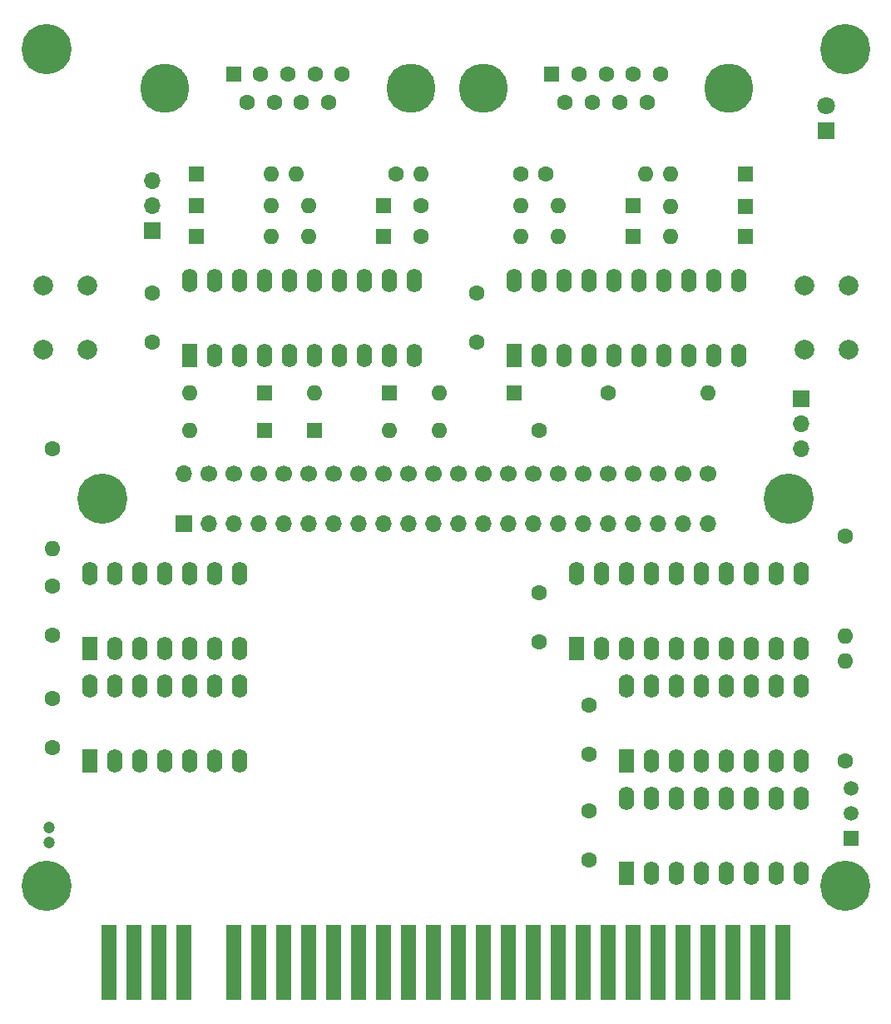
<source format=gbs>
%TF.GenerationSoftware,KiCad,Pcbnew,(5.1.8)-1*%
%TF.CreationDate,2021-04-11T16:33:54+02:00*%
%TF.ProjectId,ZX Interface 2021,5a582049-6e74-4657-9266-616365203230,rev?*%
%TF.SameCoordinates,Original*%
%TF.FileFunction,Soldermask,Bot*%
%TF.FilePolarity,Negative*%
%FSLAX46Y46*%
G04 Gerber Fmt 4.6, Leading zero omitted, Abs format (unit mm)*
G04 Created by KiCad (PCBNEW (5.1.8)-1) date 2021-04-11 16:33:54*
%MOMM*%
%LPD*%
G01*
G04 APERTURE LIST*
%ADD10C,1.700000*%
%ADD11O,1.700000X1.700000*%
%ADD12R,1.700000X1.700000*%
%ADD13C,2.000000*%
%ADD14C,1.600000*%
%ADD15O,1.600000X1.600000*%
%ADD16R,1.600000X2.400000*%
%ADD17O,1.600000X2.400000*%
%ADD18C,5.000000*%
%ADD19R,1.600000X1.600000*%
%ADD20R,1.524000X7.620000*%
%ADD21C,1.200000*%
%ADD22C,5.100000*%
%ADD23R,1.800000X1.800000*%
%ADD24C,1.800000*%
%ADD25C,1.500000*%
%ADD26R,1.500000X1.500000*%
G04 APERTURE END LIST*
D10*
%TO.C,J4*%
X172720000Y-92710000D03*
X170180000Y-92710000D03*
X167640000Y-92710000D03*
X165100000Y-92710000D03*
X162560000Y-92710000D03*
X160020000Y-92710000D03*
X157480000Y-92710000D03*
X154940000Y-92710000D03*
X152400000Y-92710000D03*
X149860000Y-92710000D03*
X147320000Y-92710000D03*
X144780000Y-92710000D03*
X142240000Y-92710000D03*
X139700000Y-92710000D03*
X137160000Y-92710000D03*
X134620000Y-92710000D03*
X132080000Y-92710000D03*
X129540000Y-92710000D03*
X127000000Y-92710000D03*
X124460000Y-92710000D03*
X121920000Y-92710000D03*
D11*
X172720000Y-97790000D03*
X170180000Y-97790000D03*
X167640000Y-97790000D03*
X165100000Y-97790000D03*
X162560000Y-97790000D03*
X160020000Y-97790000D03*
X157480000Y-97790000D03*
X154940000Y-97790000D03*
X152400000Y-97790000D03*
X149860000Y-97790000D03*
X147320000Y-97790000D03*
X144780000Y-97790000D03*
X142240000Y-97790000D03*
X139700000Y-97790000D03*
X137160000Y-97790000D03*
X134620000Y-97790000D03*
X132080000Y-97790000D03*
X129540000Y-97790000D03*
X127000000Y-97790000D03*
X124460000Y-97790000D03*
X121920000Y-97790000D03*
D12*
X119380000Y-97790000D03*
D11*
X119380000Y-92710000D03*
%TD*%
D13*
%TO.C,SW1*%
X187035000Y-80085000D03*
X182535000Y-80085000D03*
X187035000Y-73585000D03*
X182535000Y-73585000D03*
%TD*%
D14*
%TO.C,R11*%
X186690000Y-99060000D03*
D15*
X186690000Y-109220000D03*
%TD*%
%TO.C,R12*%
X145415000Y-88265000D03*
D14*
X155575000Y-88265000D03*
%TD*%
%TO.C,C8*%
X160655000Y-127000000D03*
X160655000Y-132000000D03*
%TD*%
D16*
%TO.C,U8*%
X164465000Y-133350000D03*
D17*
X182245000Y-125730000D03*
X167005000Y-133350000D03*
X179705000Y-125730000D03*
X169545000Y-133350000D03*
X177165000Y-125730000D03*
X172085000Y-133350000D03*
X174625000Y-125730000D03*
X174625000Y-133350000D03*
X172085000Y-125730000D03*
X177165000Y-133350000D03*
X169545000Y-125730000D03*
X179705000Y-133350000D03*
X167005000Y-125730000D03*
X182245000Y-133350000D03*
X164465000Y-125730000D03*
%TD*%
D14*
%TO.C,C7*%
X160655000Y-116205000D03*
X160655000Y-121205000D03*
%TD*%
D17*
%TO.C,U7*%
X164465000Y-114300000D03*
X182245000Y-121920000D03*
X167005000Y-114300000D03*
X179705000Y-121920000D03*
X169545000Y-114300000D03*
X177165000Y-121920000D03*
X172085000Y-114300000D03*
X174625000Y-121920000D03*
X174625000Y-114300000D03*
X172085000Y-121920000D03*
X177165000Y-114300000D03*
X169545000Y-121920000D03*
X179705000Y-114300000D03*
X167005000Y-121920000D03*
X182245000Y-114300000D03*
D16*
X164465000Y-121920000D03*
%TD*%
D18*
%TO.C,J2*%
X149885000Y-53490000D03*
X174885000Y-53490000D03*
D14*
X166540000Y-54910000D03*
X163770000Y-54910000D03*
X161000000Y-54910000D03*
X158230000Y-54910000D03*
X167925000Y-52070000D03*
X165155000Y-52070000D03*
X162385000Y-52070000D03*
X159615000Y-52070000D03*
D19*
X156845000Y-52070000D03*
%TD*%
D14*
%TO.C,R2*%
X143510000Y-65405000D03*
D15*
X153670000Y-65405000D03*
%TD*%
D20*
%TO.C,Z1*%
X111760000Y-142367000D03*
X114300000Y-142367000D03*
X119380000Y-142367000D03*
X116840000Y-142367000D03*
X134620000Y-142367000D03*
X137160000Y-142367000D03*
X139700000Y-142367000D03*
X142240000Y-142367000D03*
X132080000Y-142367000D03*
X129540000Y-142367000D03*
X127000000Y-142367000D03*
X124460000Y-142367000D03*
X165100000Y-142367000D03*
X167640000Y-142367000D03*
X170180000Y-142367000D03*
X172720000Y-142367000D03*
X180340000Y-142367000D03*
X177800000Y-142367000D03*
X175260000Y-142367000D03*
X154940000Y-142367000D03*
X157480000Y-142367000D03*
X160020000Y-142367000D03*
X162560000Y-142367000D03*
X152400000Y-142367000D03*
X149860000Y-142367000D03*
X147320000Y-142367000D03*
X144780000Y-142367000D03*
%TD*%
D14*
%TO.C,C1*%
X116205000Y-79295000D03*
X116205000Y-74295000D03*
%TD*%
%TO.C,C2*%
X149225000Y-74295000D03*
X149225000Y-79295000D03*
%TD*%
%TO.C,C3*%
X106045000Y-115570000D03*
X106045000Y-120570000D03*
%TD*%
%TO.C,C4*%
X106045000Y-109140000D03*
X106045000Y-104140000D03*
%TD*%
D21*
%TO.C,C5*%
X105664000Y-130175000D03*
X105664000Y-128675000D03*
%TD*%
D14*
%TO.C,C6*%
X155575000Y-109775000D03*
X155575000Y-104775000D03*
%TD*%
D19*
%TO.C,J1*%
X124460000Y-52070000D03*
D14*
X127230000Y-52070000D03*
X130000000Y-52070000D03*
X132770000Y-52070000D03*
X135540000Y-52070000D03*
X125845000Y-54910000D03*
X128615000Y-54910000D03*
X131385000Y-54910000D03*
X134155000Y-54910000D03*
D18*
X142500000Y-53490000D03*
X117500000Y-53490000D03*
%TD*%
D12*
%TO.C,J5*%
X116205000Y-67945000D03*
D11*
X116205000Y-65405000D03*
X116205000Y-62865000D03*
%TD*%
D22*
%TO.C,M1*%
X105410000Y-134620000D03*
%TD*%
%TO.C,M2*%
X186690000Y-134620000D03*
%TD*%
%TO.C,M3*%
X186690000Y-49530000D03*
%TD*%
%TO.C,M5*%
X180975000Y-95250000D03*
%TD*%
%TO.C,M6*%
X111125000Y-95250000D03*
%TD*%
D15*
%TO.C,R1*%
X130810000Y-62230000D03*
D14*
X140970000Y-62230000D03*
%TD*%
%TO.C,R3*%
X153670000Y-62230000D03*
D15*
X143510000Y-62230000D03*
%TD*%
%TO.C,R4*%
X153670000Y-68580000D03*
D14*
X143510000Y-68580000D03*
%TD*%
%TO.C,R5*%
X156210000Y-62230000D03*
D15*
X166370000Y-62230000D03*
%TD*%
D16*
%TO.C,U1*%
X120015000Y-80645000D03*
D17*
X142875000Y-73025000D03*
X122555000Y-80645000D03*
X140335000Y-73025000D03*
X125095000Y-80645000D03*
X137795000Y-73025000D03*
X127635000Y-80645000D03*
X135255000Y-73025000D03*
X130175000Y-80645000D03*
X132715000Y-73025000D03*
X132715000Y-80645000D03*
X130175000Y-73025000D03*
X135255000Y-80645000D03*
X127635000Y-73025000D03*
X137795000Y-80645000D03*
X125095000Y-73025000D03*
X140335000Y-80645000D03*
X122555000Y-73025000D03*
X142875000Y-80645000D03*
X120015000Y-73025000D03*
%TD*%
%TO.C,U2*%
X153035000Y-73025000D03*
X175895000Y-80645000D03*
X155575000Y-73025000D03*
X173355000Y-80645000D03*
X158115000Y-73025000D03*
X170815000Y-80645000D03*
X160655000Y-73025000D03*
X168275000Y-80645000D03*
X163195000Y-73025000D03*
X165735000Y-80645000D03*
X165735000Y-73025000D03*
X163195000Y-80645000D03*
X168275000Y-73025000D03*
X160655000Y-80645000D03*
X170815000Y-73025000D03*
X158115000Y-80645000D03*
X173355000Y-73025000D03*
X155575000Y-80645000D03*
X175895000Y-73025000D03*
D16*
X153035000Y-80645000D03*
%TD*%
%TO.C,U3*%
X109855000Y-121920000D03*
D17*
X125095000Y-114300000D03*
X112395000Y-121920000D03*
X122555000Y-114300000D03*
X114935000Y-121920000D03*
X120015000Y-114300000D03*
X117475000Y-121920000D03*
X117475000Y-114300000D03*
X120015000Y-121920000D03*
X114935000Y-114300000D03*
X122555000Y-121920000D03*
X112395000Y-114300000D03*
X125095000Y-121920000D03*
X109855000Y-114300000D03*
%TD*%
%TO.C,U4*%
X109855000Y-102870000D03*
X125095000Y-110490000D03*
X112395000Y-102870000D03*
X122555000Y-110490000D03*
X114935000Y-102870000D03*
X120015000Y-110490000D03*
X117475000Y-102870000D03*
X117475000Y-110490000D03*
X120015000Y-102870000D03*
X114935000Y-110490000D03*
X122555000Y-102870000D03*
X112395000Y-110490000D03*
X125095000Y-102870000D03*
D16*
X109855000Y-110490000D03*
%TD*%
%TO.C,U6*%
X159385000Y-110490000D03*
D17*
X182245000Y-102870000D03*
X161925000Y-110490000D03*
X179705000Y-102870000D03*
X164465000Y-110490000D03*
X177165000Y-102870000D03*
X167005000Y-110490000D03*
X174625000Y-102870000D03*
X169545000Y-110490000D03*
X172085000Y-102870000D03*
X172085000Y-110490000D03*
X169545000Y-102870000D03*
X174625000Y-110490000D03*
X167005000Y-102870000D03*
X177165000Y-110490000D03*
X164465000Y-102870000D03*
X179705000Y-110490000D03*
X161925000Y-102870000D03*
X182245000Y-110490000D03*
X159385000Y-102870000D03*
%TD*%
D15*
%TO.C,D2*%
X128270000Y-68580000D03*
D19*
X120650000Y-68580000D03*
%TD*%
%TO.C,D3*%
X120650000Y-65405000D03*
D15*
X128270000Y-65405000D03*
%TD*%
%TO.C,D4*%
X132080000Y-65405000D03*
D19*
X139700000Y-65405000D03*
%TD*%
%TO.C,D5*%
X139700000Y-68580000D03*
D15*
X132080000Y-68580000D03*
%TD*%
%TO.C,D6*%
X157480000Y-68580000D03*
D19*
X165100000Y-68580000D03*
%TD*%
%TO.C,D7*%
X165100000Y-65405000D03*
D15*
X157480000Y-65405000D03*
%TD*%
%TO.C,D8*%
X168910000Y-68580000D03*
D19*
X176530000Y-68580000D03*
%TD*%
%TO.C,D9*%
X176530000Y-65532000D03*
D15*
X168910000Y-65532000D03*
%TD*%
%TO.C,D10*%
X168910000Y-62230000D03*
D19*
X176530000Y-62230000D03*
%TD*%
D22*
%TO.C,M4*%
X105410000Y-49530000D03*
%TD*%
D14*
%TO.C,R13*%
X106045000Y-90170000D03*
D15*
X106045000Y-100330000D03*
%TD*%
D13*
%TO.C,SW2*%
X105065000Y-73585000D03*
X109565000Y-73585000D03*
X105065000Y-80085000D03*
X109565000Y-80085000D03*
%TD*%
D23*
%TO.C,D11*%
X184785000Y-57785000D03*
D24*
X184785000Y-55245000D03*
%TD*%
D14*
%TO.C,R14*%
X162560000Y-84455000D03*
D15*
X172720000Y-84455000D03*
%TD*%
D19*
%TO.C,D1*%
X120650000Y-62230000D03*
D15*
X128270000Y-62230000D03*
%TD*%
D25*
%TO.C,Q1*%
X187325000Y-127254000D03*
X187325000Y-124714000D03*
D26*
X187325000Y-129794000D03*
%TD*%
D14*
%TO.C,R15*%
X186690000Y-121920000D03*
D15*
X186690000Y-111760000D03*
%TD*%
%TO.C,D12*%
X120015000Y-84455000D03*
D19*
X127635000Y-84455000D03*
%TD*%
%TO.C,D13*%
X127635000Y-88265000D03*
D15*
X120015000Y-88265000D03*
%TD*%
%TO.C,D14*%
X132715000Y-84455000D03*
D19*
X140335000Y-84455000D03*
%TD*%
%TO.C,D15*%
X132715000Y-88265000D03*
D15*
X140335000Y-88265000D03*
%TD*%
D19*
%TO.C,D16*%
X153035000Y-84455000D03*
D15*
X145415000Y-84455000D03*
%TD*%
D12*
%TO.C,J3*%
X182245000Y-85090000D03*
D11*
X182245000Y-87630000D03*
X182245000Y-90170000D03*
%TD*%
M02*

</source>
